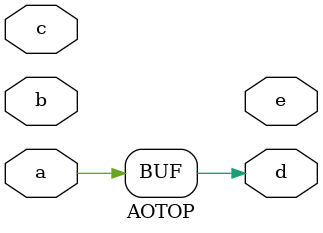
<source format=v>
module AOTOP(a,b,c,d,e);
   input a;
   input b;
   input c;
   output d;
   output e;
  assign d = a;
endmodule


</source>
